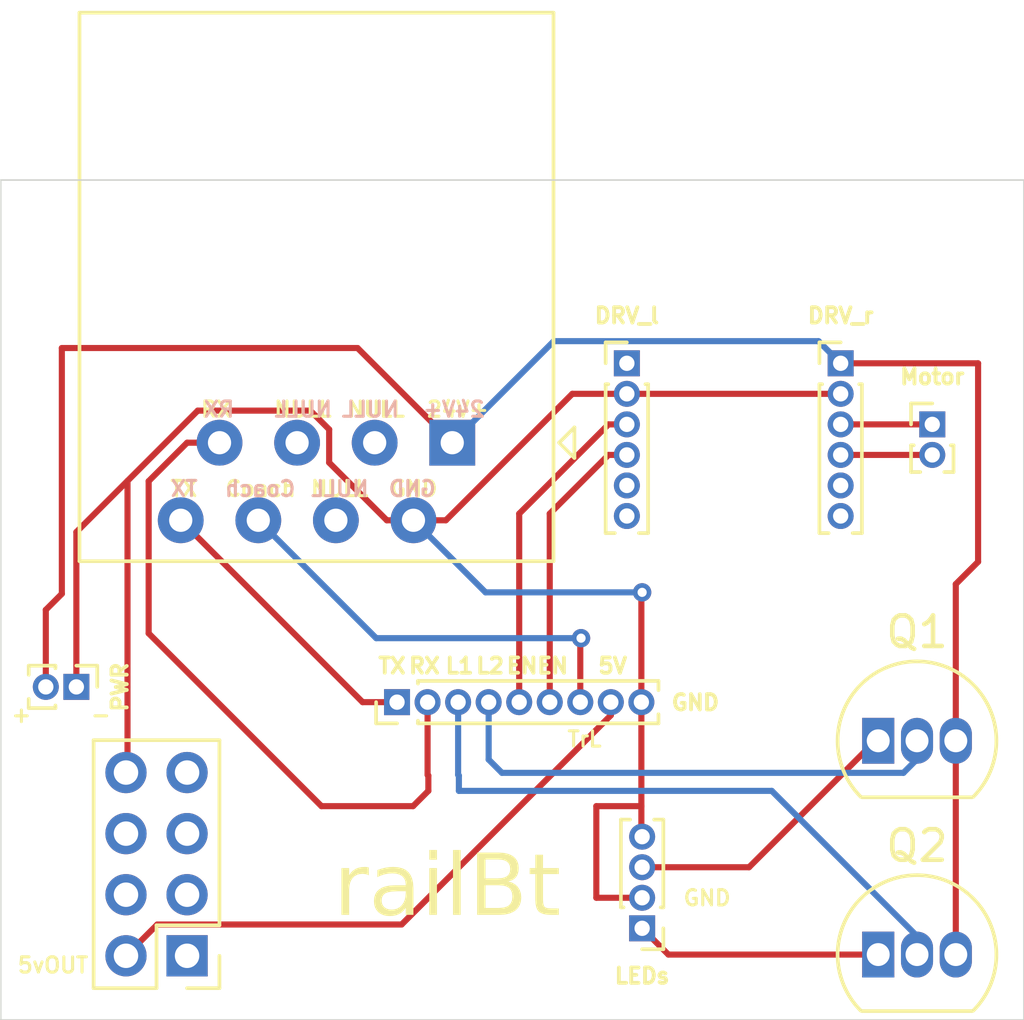
<source format=kicad_pcb>
(kicad_pcb (version 20240108) (generator "pcbnew") (generator_version "8.0")
  (layers (0 "F.Cu" signal) (31 "B.Cu" signal) (34 "B.Paste" user) (35 "F.Paste" user) (36 "B.SilkS" user "B.Silkscreen") (37 "F.SilkS" user "F.Silkscreen") (38 "B.Mask" user) (39 "F.Mask" user) (44 "Edge.Cuts" user))
  (net 0 "")
  (net 8 "Net-(DRV_left1-Pin_2)")
  (net 11 "Net-(DRV_left1-Pin_4)")
  (net 12 "Net-(DRV_left1-Pin_3)")
  (net 13 "Net-(DRV_right1-Pin_4)")
  (net 15 "Net-(DRV_right1-Pin_3)")
  (net 16 "Net-(DRV_right1-Pin_1)")
  (net 18 "Net-(ESP32_jack1-Pin_7)")
  (net 19 "Net-(ESP32_jack1-Pin_8)")
  (net 20 "Net-(ESP32_jack1-Pin_3)")
  (net 21 "Net-(ESP32_jack1-Pin_4)")
  (net 22 "Net-(ESP32_jack1-Pin_2)")
  (net 23 "Net-(ESP32_jack1-Pin_1)")
  (net 24 "Net-(LED1_LED2-Pin_3)")
  (net 25 "Net-(LED1_LED2-Pin_1)")
  (footprint "Connector_PinHeader_2.00mm:PinHeader_2x04_P2.00mm_Vertical" (layer "F.Cu") (at 197.6 47.4 180)
    (property "Reference" "U2" (hide yes))
    (property "Value" "XL1509-5.0" (hide yes))
    (fp_line (start 3.06 -1.06) (end 3.06 7.06) (stroke (width 0.12)) (layer "F.SilkS"))
    (fp_line (start 1 1) (end 1 -1.06) (stroke (width 0.12)) (layer "F.SilkS"))
    (fp_line (start 1 -1.06) (end 3.06 -1.06) (stroke (width 0.12)) (layer "F.SilkS"))
    (fp_line (start -1.06 7.06) (end 3.06 7.06) (stroke (width 0.12)) (layer "F.SilkS"))
    (fp_line (start -1.06 1) (end 1 1) (stroke (width 0.12)) (layer "F.SilkS"))
    (fp_line (start -1.06 1) (end -1.06 7.06) (stroke (width 0.12)) (layer "F.SilkS"))
    (fp_line (start -1.06 0) (end -1.06 -1.06) (stroke (width 0.12)) (layer "F.SilkS"))
    (fp_line (start -1.06 -1.06) (end 0 -1.06) (stroke (width 0.12)) (layer "F.SilkS"))
    (pad "1" thru_hole rect (at 0 0 180) (size 1.35 1.35) (drill 0.8) (layers "*.Cu" "*.Mask"))
    (pad "2" thru_hole oval (at 2 0 180) (size 1.35 1.35) (drill 0.8) (layers "*.Cu" "*.Mask") (net 19 "Net-(ESP32_jack1-Pin_8)"))
    (pad "3" thru_hole oval (at 0 2 180) (size 1.35 1.35) (drill 0.8) (layers "*.Cu" "*.Mask"))
    (pad "4" thru_hole oval (at 2 2 180) (size 1.35 1.35) (drill 0.8) (layers "*.Cu" "*.Mask"))
    (pad "5" thru_hole oval (at 0 4 180) (size 1.35 1.35) (drill 0.8) (layers "*.Cu" "*.Mask") (net 8 "Net-(DRV_left1-Pin_2)"))
    (pad "6" thru_hole oval (at 2 4 180) (size 1.35 1.35) (drill 0.8) (layers "*.Cu" "*.Mask") (net 8 "Net-(DRV_left1-Pin_2)"))
    (pad "7" thru_hole oval (at 0 6 180) (size 1.35 1.35) (drill 0.8) (layers "*.Cu" "*.Mask") (net 8 "Net-(DRV_left1-Pin_2)"))
    (pad "8" thru_hole oval (at 2 6 180) (size 1.35 1.35) (drill 0.8) (layers "*.Cu" "*.Mask") (net 8 "Net-(DRV_left1-Pin_2)"))
  )
  (footprint "Package_TO_SOT_THT:TO-92_Inline" (layer "F.Cu") (at 220.23 40.36)
    (property "Reference" "Q1" (at 1.27 -3.56 0) (layer "F.SilkS"))
    (property "Value" "BC328" (hide yes))
    (fp_line (start -0.53 1.85) (end 3.07 1.85) (stroke (width 0.12)) (layer "F.SilkS"))
    (fp_arc (start -0.568478 1.838478) (mid -1.132087 -0.994977) (end 1.27 -2.6) (stroke (width 0.12)) (layer "F.SilkS"))
    (fp_arc (start 1.27 -2.6) (mid 3.672087 -0.994977) (end 3.108478 1.838478) (stroke (width 0.12)) (layer "F.SilkS"))
    (pad "1" thru_hole rect (at 0 0) (size 1.05 1.5) (drill 0.75) (layers "*.Cu" "*.Mask") (net 24 "Net-(LED1_LED2-Pin_3)"))
    (pad "2" thru_hole oval (at 1.27 0) (size 1.05 1.5) (drill 0.75) (layers "*.Cu" "*.Mask") (net 21 "Net-(ESP32_jack1-Pin_4)"))
    (pad "3" thru_hole oval (at 2.54 0) (size 1.05 1.5) (drill 0.75) (layers "*.Cu" "*.Mask") (net 16 "Net-(DRV_right1-Pin_1)"))
  )
  (footprint "Connector_PinHeader_1.00mm:PinHeader_1x06_P1.00mm_Vertical" (layer "F.Cu") (at 212 28)
    (property "Reference" "DRV_l" (at 0 -1.56 0) (layer "F.SilkS") (effects (font (size 0.5 0.5) (thickness 0.125))))
    (property "Value" "Conn_01x06_Pin" (hide yes))
    (fp_line (start -0.695 -0.685) (end 0 -0.685) (stroke (width 0.12)) (layer "F.SilkS"))
    (fp_line (start -0.695 0) (end -0.695 -0.685) (stroke (width 0.12)) (layer "F.SilkS"))
    (fp_line (start -0.695 0.685) (end -0.695 5.56) (stroke (width 0.12)) (layer "F.SilkS"))
    (fp_line (start -0.695 0.685) (end -0.608276 0.685) (stroke (width 0.12)) (layer "F.SilkS"))
    (fp_line (start -0.695 5.56) (end -0.394493 5.56) (stroke (width 0.12)) (layer "F.SilkS"))
    (fp_line (start 0.394493 5.56) (end 0.695 5.56) (stroke (width 0.12)) (layer "F.SilkS"))
    (fp_line (start 0.608276 0.685) (end 0.695 0.685) (stroke (width 0.12)) (layer "F.SilkS"))
    (fp_line (start 0.695 0.685) (end 0.695 5.56) (stroke (width 0.12)) (layer "F.SilkS"))
    (pad "1" thru_hole rect (at 0 0) (size 0.85 0.85) (drill 0.5) (layers "*.Cu" "*.Mask"))
    (pad "2" thru_hole oval (at 0 1) (size 0.85 0.85) (drill 0.5) (layers "*.Cu" "*.Mask") (net 8 "Net-(DRV_left1-Pin_2)"))
    (pad "3" thru_hole oval (at 0 2) (size 0.85 0.85) (drill 0.5) (layers "*.Cu" "*.Mask") (net 12 "Net-(DRV_left1-Pin_3)"))
    (pad "4" thru_hole oval (at 0 3) (size 0.85 0.85) (drill 0.5) (layers "*.Cu" "*.Mask") (net 11 "Net-(DRV_left1-Pin_4)"))
    (pad "5" thru_hole oval (at 0 4) (size 0.85 0.85) (drill 0.5) (layers "*.Cu" "*.Mask"))
    (pad "6" thru_hole oval (at 0 5) (size 0.85 0.85) (drill 0.5) (layers "*.Cu" "*.Mask"))
  )
  (footprint "Connector_RJ:RJ45_Amphenol_54602-x08_Horizontal" (layer "F.Cu") (at 206.2825 30.6 180)
    (property "Reference" "J1" (hide yes))
    (property "Value" "RJ45")
    (fp_line (start 12.205 -3.88) (end 12.205 14.08) (stroke (width 0.12)) (layer "F.SilkS"))
    (fp_line (start 12.205 -3.88) (end -3.315 -3.88) (stroke (width 0.12)) (layer "F.SilkS"))
    (fp_line (start -3.315 14.08) (end 12.205 14.08) (stroke (width 0.12)) (layer "F.SilkS"))
    (fp_line (start -3.315 -3.88) (end -3.315 14.08) (stroke (width 0.12)) (layer "F.SilkS"))
    (fp_line (start -3.5 0) (end -4 -0.5) (stroke (width 0.12)) (layer "F.SilkS"))
    (fp_line (start -4 0.5) (end -3.5 0) (stroke (width 0.12)) (layer "F.SilkS"))
    (fp_line (start -4 -0.5) (end -4 0.5) (stroke (width 0.12)) (layer "F.SilkS"))
    (pad "" np_thru_hole circle (at -1.27 6.35 180) (size 3.2 3.2) (drill 3.2) (layers "*.Cu" "*.Mask"))
    (pad "" np_thru_hole circle (at 10.16 6.35 180) (size 3.2 3.2) (drill 3.2) (layers "*.Cu" "*.Mask"))
    (pad "1" thru_hole rect (at 0 0 180) (size 1.5 1.5) (drill 0.76) (layers "*.Cu" "*.Mask") (net 16 "Net-(DRV_right1-Pin_1)"))
    (pad "2" thru_hole circle (at 1.27 -2.54 180) (size 1.5 1.5) (drill 0.76) (layers "*.Cu" "*.Mask") (net 8 "Net-(DRV_left1-Pin_2)"))
    (pad "3" thru_hole circle (at 2.54 0 180) (size 1.5 1.5) (drill 0.76) (layers "*.Cu" "*.Mask"))
    (pad "4" thru_hole circle (at 3.81 -2.54 180) (size 1.5 1.5) (drill 0.76) (layers "*.Cu" "*.Mask"))
    (pad "5" thru_hole circle (at 5.08 0 180) (size 1.5 1.5) (drill 0.76) (layers "*.Cu" "*.Mask"))
    (pad "6" thru_hole circle (at 6.35 -2.54 180) (size 1.5 1.5) (drill 0.76) (layers "*.Cu" "*.Mask") (net 18 "Net-(ESP32_jack1-Pin_7)"))
    (pad "7" thru_hole circle (at 7.62 0 180) (size 1.5 1.5) (drill 0.76) (layers "*.Cu" "*.Mask") (net 22 "Net-(ESP32_jack1-Pin_2)"))
    (pad "8" thru_hole circle (at 8.89 -2.54 180) (size 1.5 1.5) (drill 0.76) (layers "*.Cu" "*.Mask") (net 23 "Net-(ESP32_jack1-Pin_1)"))
  )
  (footprint "Connector_PinHeader_1.00mm:PinHeader_1x04_P1.00mm_Vertical" (layer "F.Cu") (at 212.5 46.5 180)
    (property "Reference" "LEDs" (at 0 -1.56 0) (layer "F.SilkS") (effects (font (size 0.5 0.5) (thickness 0.125))))
    (property "Value" "Conn_01x04_Pin" (hide yes))
    (fp_line (start 0.695 0.685) (end 0.695 3.56) (stroke (width 0.12)) (layer "F.SilkS"))
    (fp_line (start 0.608276 0.685) (end 0.695 0.685) (stroke (width 0.12)) (layer "F.SilkS"))
    (fp_line (start 0.394493 3.56) (end 0.695 3.56) (stroke (width 0.12)) (layer "F.SilkS"))
    (fp_line (start -0.695 3.56) (end -0.394493 3.56) (stroke (width 0.12)) (layer "F.SilkS"))
    (fp_line (start -0.695 0.685) (end -0.608276 0.685) (stroke (width 0.12)) (layer "F.SilkS"))
    (fp_line (start -0.695 0.685) (end -0.695 3.56) (stroke (width 0.12)) (layer "F.SilkS"))
    (fp_line (start -0.695 0) (end -0.695 -0.685) (stroke (width 0.12)) (layer "F.SilkS"))
    (fp_line (start -0.695 -0.685) (end 0 -0.685) (stroke (width 0.12)) (layer "F.SilkS"))
    (pad "1" thru_hole rect (at 0 0 180) (size 0.85 0.85) (drill 0.5) (layers "*.Cu" "*.Mask") (net 25 "Net-(LED1_LED2-Pin_1)"))
    (pad "2" thru_hole oval (at 0 1 180) (size 0.85 0.85) (drill 0.5) (layers "*.Cu" "*.Mask") (net 8 "Net-(DRV_left1-Pin_2)"))
    (pad "3" thru_hole oval (at 0 2 180) (size 0.85 0.85) (drill 0.5) (layers "*.Cu" "*.Mask") (net 24 "Net-(LED1_LED2-Pin_3)"))
    (pad "4" thru_hole oval (at 0 3 180) (size 0.85 0.85) (drill 0.5) (layers "*.Cu" "*.Mask") (net 8 "Net-(DRV_left1-Pin_2)"))
  )
  (footprint "Connector_PinHeader_1.00mm:PinHeader_1x09_P1.00mm_Vertical" (layer "F.Cu") (at 204.475 39.095 90)
    (property "Reference" "ESP32" (hide yes))
    (property "Value" "Conn_01x09_Pin" (hide yes))
    (fp_line (start -0.695 -0.685) (end 0 -0.685) (stroke (width 0.12)) (layer "F.SilkS"))
    (fp_line (start -0.695 0) (end -0.695 -0.685) (stroke (width 0.12)) (layer "F.SilkS"))
    (fp_line (start 0.695 0.685) (end 0.695 8.56) (stroke (width 0.12)) (layer "F.SilkS"))
    (fp_line (start 0.608276 0.685) (end 0.695 0.685) (stroke (width 0.12)) (layer "F.SilkS"))
    (fp_line (start -0.695 0.685) (end -0.608276 0.685) (stroke (width 0.12)) (layer "F.SilkS"))
    (fp_line (start -0.695 0.685) (end -0.695 8.56) (stroke (width 0.12)) (layer "F.SilkS"))
    (fp_line (start 0.394493 8.56) (end 0.695 8.56) (stroke (width 0.12)) (layer "F.SilkS"))
    (fp_line (start -0.695 8.56) (end -0.394493 8.56) (stroke (width 0.12)) (layer "F.SilkS"))
    (pad "1" thru_hole rect (at 0 0 90) (size 0.85 0.85) (drill 0.5) (layers "*.Cu" "*.Mask") (net 23 "Net-(ESP32_jack1-Pin_1)"))
    (pad "2" thru_hole oval (at 0 1 90) (size 0.85 0.85) (drill 0.5) (layers "*.Cu" "*.Mask") (net 22 "Net-(ESP32_jack1-Pin_2)"))
    (pad "3" thru_hole oval (at 0 2 90) (size 0.85 0.85) (drill 0.5) (layers "*.Cu" "*.Mask") (net 20 "Net-(ESP32_jack1-Pin_3)"))
    (pad "4" thru_hole oval (at 0 3 90) (size 0.85 0.85) (drill 0.5) (layers "*.Cu" "*.Mask") (net 21 "Net-(ESP32_jack1-Pin_4)"))
    (pad "5" thru_hole oval (at 0 4 90) (size 0.85 0.85) (drill 0.5) (layers "*.Cu" "*.Mask") (net 12 "Net-(DRV_left1-Pin_3)"))
    (pad "6" thru_hole oval (at 0 5 90) (size 0.85 0.85) (drill 0.5) (layers "*.Cu" "*.Mask") (net 11 "Net-(DRV_left1-Pin_4)"))
    (pad "7" thru_hole oval (at 0 6 90) (size 0.85 0.85) (drill 0.5) (layers "*.Cu" "*.Mask") (net 18 "Net-(ESP32_jack1-Pin_7)"))
    (pad "8" thru_hole oval (at 0 7 90) (size 0.85 0.85) (drill 0.5) (layers "*.Cu" "*.Mask") (net 19 "Net-(ESP32_jack1-Pin_8)"))
    (pad "9" thru_hole oval (at 0 8 90) (size 0.85 0.85) (drill 0.5) (layers "*.Cu" "*.Mask") (net 8 "Net-(DRV_left1-Pin_2)"))
  )
  (footprint "Connector_PinHeader_1.00mm:PinHeader_1x06_P1.00mm_Vertical" (layer "F.Cu") (at 219 28)
    (property "Reference" "DRV_r" (at 0 -1.56 0) (layer "F.SilkS") (effects (font (size 0.5 0.5) (thickness 0.125))))
    (property "Value" "Conn_01x06_Pin" (hide yes))
    (fp_line (start -0.695 -0.685) (end 0 -0.685) (stroke (width 0.12)) (layer "F.SilkS"))
    (fp_line (start -0.695 0) (end -0.695 -0.685) (stroke (width 0.12)) (layer "F.SilkS"))
    (fp_line (start -0.695 0.685) (end -0.695 5.56) (stroke (width 0.12)) (layer "F.SilkS"))
    (fp_line (start -0.695 0.685) (end -0.608276 0.685) (stroke (width 0.12)) (layer "F.SilkS"))
    (fp_line (start -0.695 5.56) (end -0.394493 5.56) (stroke (width 0.12)) (layer "F.SilkS"))
    (fp_line (start 0.394493 5.56) (end 0.695 5.56) (stroke (width 0.12)) (layer "F.SilkS"))
    (fp_line (start 0.608276 0.685) (end 0.695 0.685) (stroke (width 0.12)) (layer "F.SilkS"))
    (fp_line (start 0.695 0.685) (end 0.695 5.56) (stroke (width 0.12)) (layer "F.SilkS"))
    (pad "1" thru_hole rect (at 0 0) (size 0.85 0.85) (drill 0.5) (layers "*.Cu" "*.Mask") (net 16 "Net-(DRV_right1-Pin_1)"))
    (pad "2" thru_hole oval (at 0 1) (size 0.85 0.85) (drill 0.5) (layers "*.Cu" "*.Mask") (net 8 "Net-(DRV_left1-Pin_2)"))
    (pad "3" thru_hole oval (at 0 2) (size 0.85 0.85) (drill 0.5) (layers "*.Cu" "*.Mask") (net 15 "Net-(DRV_right1-Pin_3)"))
    (pad "4" thru_hole oval (at 0 3) (size 0.85 0.85) (drill 0.5) (layers "*.Cu" "*.Mask") (net 13 "Net-(DRV_right1-Pin_4)"))
    (pad "5" thru_hole oval (at 0 4) (size 0.85 0.85) (drill 0.5) (layers "*.Cu" "*.Mask"))
    (pad "6" thru_hole oval (at 0 5) (size 0.85 0.85) (drill 0.5) (layers "*.Cu" "*.Mask"))
  )
  (footprint "Connector_PinHeader_1.00mm:PinHeader_1x02_P1.00mm_Vertical" (layer "F.Cu") (at 222 30)
    (property "Reference" "Motor" (at 0 -1.56 0) (layer "F.SilkS") (effects (font (size 0.5 0.5) (thickness 0.125))))
    (property "Value" "Conn_01x02_Pin" (hide yes))
    (fp_line (start -0.695 -0.685) (end 0 -0.685) (stroke (width 0.12)) (layer "F.SilkS"))
    (fp_line (start -0.695 0) (end -0.695 -0.685) (stroke (width 0.12)) (layer "F.SilkS"))
    (fp_line (start -0.695 0.685) (end -0.695 1.56) (stroke (width 0.12)) (layer "F.SilkS"))
    (fp_line (start -0.695 0.685) (end -0.608276 0.685) (stroke (width 0.12)) (layer "F.SilkS"))
    (fp_line (start -0.695 1.56) (end -0.394493 1.56) (stroke (width 0.12)) (layer "F.SilkS"))
    (fp_line (start 0.394493 1.56) (end 0.695 1.56) (stroke (width 0.12)) (layer "F.SilkS"))
    (fp_line (start 0.608276 0.685) (end 0.695 0.685) (stroke (width 0.12)) (layer "F.SilkS"))
    (fp_line (start 0.695 0.685) (end 0.695 1.56) (stroke (width 0.12)) (layer "F.SilkS"))
    (pad "1" thru_hole rect (at 0 0) (size 0.85 0.85) (drill 0.5) (layers "*.Cu" "*.Mask") (net 15 "Net-(DRV_right1-Pin_3)"))
    (pad "2" thru_hole oval (at 0 1) (size 0.85 0.85) (drill 0.5) (layers "*.Cu" "*.Mask") (net 13 "Net-(DRV_right1-Pin_4)"))
  )
  (footprint "Package_TO_SOT_THT:TO-92_Inline" (layer "F.Cu") (at 220.23 47.36)
    (property "Reference" "Q2" (at 1.27 -3.56 0) (layer "F.SilkS"))
    (property "Value" "BC328" (hide yes))
    (fp_line (start -0.53 1.85) (end 3.07 1.85) (stroke (width 0.12)) (layer "F.SilkS"))
    (fp_arc (start -0.568478 1.838478) (mid -1.132087 -0.994977) (end 1.27 -2.6) (stroke (width 0.12)) (layer "F.SilkS"))
    (fp_arc (start 1.27 -2.6) (mid 3.672087 -0.994977) (end 3.108478 1.838478) (stroke (width 0.12)) (layer "F.SilkS"))
    (pad "1" thru_hole rect (at 0 0) (size 1.05 1.5) (drill 0.75) (layers "*.Cu" "*.Mask") (net 25 "Net-(LED1_LED2-Pin_1)"))
    (pad "2" thru_hole oval (at 1.27 0) (size 1.05 1.5) (drill 0.75) (layers "*.Cu" "*.Mask") (net 20 "Net-(ESP32_jack1-Pin_3)"))
    (pad "3" thru_hole oval (at 2.54 0) (size 1.05 1.5) (drill 0.75) (layers "*.Cu" "*.Mask") (net 16 "Net-(DRV_right1-Pin_1)"))
  )
  (footprint "Connector_PinHeader_1.00mm:PinHeader_1x02_P1.00mm_Vertical" (layer "F.Cu") (at 193.975 38.595 -90)
    (property "Reference" "PWR" (at 0.005 -1.425 90) (layer "F.SilkS") (effects (font (size 0.5 0.5) (thickness 0.125))))
    (property "Value" "Conn_01x02_Pin" (hide yes))
    (fp_line (start -0.695 1.56) (end -0.394493 1.56) (stroke (width 0.12)) (layer "F.SilkS"))
    (fp_line (start 0.394493 1.56) (end 0.695 1.56) (stroke (width 0.12)) (layer "F.SilkS"))
    (fp_line (start -0.695 0.685) (end -0.695 1.56) (stroke (width 0.12)) (layer "F.SilkS"))
    (fp_line (start -0.695 0.685) (end -0.608276 0.685) (stroke (width 0.12)) (layer "F.SilkS"))
    (fp_line (start 0.608276 0.685) (end 0.695 0.685) (stroke (width 0.12)) (layer "F.SilkS"))
    (fp_line (start 0.695 0.685) (end 0.695 1.56) (stroke (width 0.12)) (layer "F.SilkS"))
    (fp_line (start -0.695 0) (end -0.695 -0.685) (stroke (width 0.12)) (layer "F.SilkS"))
    (fp_line (start -0.695 -0.685) (end 0 -0.685) (stroke (width 0.12)) (layer "F.SilkS"))
    (pad "1" thru_hole rect (at 0 0 270) (size 0.85 0.85) (drill 0.5) (layers "*.Cu" "*.Mask") (net 8 "Net-(DRV_left1-Pin_2)"))
    (pad "2" thru_hole oval (at 0 1 270) (size 0.85 0.85) (drill 0.5) (layers "*.Cu" "*.Mask") (net 16 "Net-(DRV_right1-Pin_1)"))
  )
  (gr_rect (start 191.5 22) (end 225 49.5) (stroke (width 0.05)) (fill none) (layer "Edge.Cuts"))
  (gr_text "GND" (at 205.8 32.4 0) (layer "B.SilkS") (effects (font (size 0.5 0.5) (thickness 0.1)) (justify left bottom mirror)))
  (gr_text "NULL" (at 202.4 29.8 0) (layer "B.SilkS") (effects (font (size 0.5 0.5) (thickness 0.1)) (justify left bottom mirror)))
  (gr_text "TX" (at 198 32.4 0) (layer "B.SilkS") (effects (font (size 0.5 0.5) (thickness 0.1)) (justify left bottom mirror)))
  (gr_text "24V+" (at 207.4 29.8 0) (layer "B.SilkS") (effects (font (size 0.5 0.5) (thickness 0.1)) (justify left bottom mirror)))
  (gr_text "Coach" (at 201.2 32.4 0) (layer "B.SilkS") (effects (font (size 0.5 0.5) (thickness 0.1)) (justify left bottom mirror)))
  (gr_text "RX" (at 199.2 29.8 0) (layer "B.SilkS") (effects (font (size 0.5 0.5) (thickness 0.1)) (justify left bottom mirror)))
  (gr_text "NULL" (at 204.6 29.8 0) (layer "B.SilkS") (effects (font (size 0.5 0.5) (thickness 0.1)) (justify left bottom mirror)))
  (gr_text "NULL" (at 203.6 32.4 0) (layer "B.SilkS") (effects (font (size 0.5 0.5) (thickness 0.1)) (justify left bottom mirror)))
  (gr_text "Coach" (at 198.8 32.4 0) (layer "F.SilkS") (effects (font (size 0.5 0.5) (thickness 0.1)) (justify left bottom)))
  (gr_text "+" (at 191.8 39.8 0) (layer "F.SilkS") (effects (font (size 0.5 0.5) (thickness 0.1)) (justify left bottom)))
  (gr_text "5vOUT" (at 192 48 0) (layer "F.SilkS") (effects (font (size 0.5 0.5) (thickness 0.1)) (justify left bottom)))
  (gr_text "GND" (at 213.4 39.4 0) (layer "F.SilkS") (effects (font (size 0.5 0.5) (thickness 0.125)) (justify left bottom)))
  (gr_text "EN" (at 209 38.2 0) (layer "F.SilkS") (effects (font (size 0.5 0.5) (thickness 0.125)) (justify left bottom)))
  (gr_text "RX" (at 198 29.8 0) (layer "F.SilkS") (effects (font (size 0.5 0.5) (thickness 0.1)) (justify left bottom)))
  (gr_text "TX" (at 197 32.4 0) (layer "F.SilkS") (effects (font (size 0.5 0.5) (thickness 0.1)) (justify left bottom)))
  (gr_text "GND" (at 213.8 45.8 0) (layer "F.SilkS") (effects (font (size 0.5 0.5) (thickness 0.1)) (justify left bottom)))
  (gr_text "L2" (at 207 38.2 0) (layer "F.SilkS") (effects (font (size 0.5 0.5) (thickness 0.125)) (justify left bottom)))
  (gr_text "24V+" (at 205.4 29.8 0) (layer "F.SilkS") (effects (font (size 0.5 0.5) (thickness 0.1)) (justify left bottom)))
  (gr_text "railBt" (at 202.4 46.4 0) (layer "F.SilkS") (effects (font (size 2 2) (thickness 0.1)) (justify left bottom)))
  (gr_text "EN" (at 208 38.2 0) (layer "F.SilkS") (effects (font (size 0.5 0.5) (thickness 0.125)) (justify left bottom)))
  (gr_text "L1" (at 206 38.2 0) (layer "F.SilkS") (effects (font (size 0.5 0.5) (thickness 0.125)) (justify left bottom)))
  (gr_text "5V" (at 211 38.2 0) (layer "F.SilkS") (effects (font (size 0.5 0.5) (thickness 0.125)) (justify left bottom)))
  (gr_text "TX" (at 203.8 38.2 0) (layer "F.SilkS") (effects (font (size 0.5 0.5) (thickness 0.125) (bold yes)) (justify left bottom)))
  (gr_text "RX" (at 204.8 38.2 0) (layer "F.SilkS") (effects (font (size 0.5 0.5) (thickness 0.125) (bold yes)) (justify left bottom)))
  (gr_text "NULL" (at 200.4 29.8 0) (layer "F.SilkS") (effects (font (size 0.5 0.5) (thickness 0.1)) (justify left bottom)))
  (gr_text "-" (at 194.4 39.8 0) (layer "F.SilkS") (effects (font (size 0.5 0.5) (thickness 0.1)) (justify left bottom)))
  (gr_text "NULL" (at 202.8 29.8 0) (layer "F.SilkS") (effects (font (size 0.5 0.5) (thickness 0.1)) (justify left bottom)))
  (gr_text "NULL" (at 201.6 32.4 0) (layer "F.SilkS") (effects (font (size 0.5 0.5) (thickness 0.1)) (justify left bottom)))
  (gr_text "TrL" (at 210 40.6 0) (layer "F.SilkS") (effects (font (size 0.5 0.5) (thickness 0.1) (bold yes)) (justify left bottom)))
  (gr_text "GND" (at 204.2 32.4 0) (layer "F.SilkS") (effects (font (size 0.5 0.5) (thickness 0.1)) (justify left bottom)))
  (segment (start 212.475 42.5) (end 212.475 43.475) (width 0.2) (layer "F.Cu") (net 8))
  (segment (start 195.65 41.35) (end 195.65 31.85) (width 0.2) (layer "F.Cu") (net 8))
  (segment (start 204.140001 33.14) (end 202.2525 31.252499) (width 0.2) (layer "F.Cu") (net 8))
  (segment (start 212.5 45.5) (end 211 45.5) (width 0.2) (layer "F.Cu") (net 8))
  (segment (start 193.975 33.525) (end 193.975 38.595) (width 0.2) (layer "F.Cu") (net 8))
  (segment (start 195.6 41.4) (end 195.65 41.35) (width 0.2) (layer "F.Cu") (net 8))
  (segment (start 212.5 35.5) (end 212.475 35.525) (width 0.2) (layer "F.Cu") (net 8))
  (segment (start 202.2525 30.165075) (end 201.637425 29.55) (width 0.2) (layer "F.Cu") (net 8))
  (segment (start 202.2525 31.252499) (end 202.2525 30.165075) (width 0.2) (layer "F.Cu") (net 8))
  (segment (start 211 45.5) (end 211 42.5) (width 0.2) (layer "F.Cu") (net 8))
  (segment (start 212.475 39.095) (end 212.475 35.525) (width 0.2) (layer "F.Cu") (net 8))
  (segment (start 201.637425 29.55) (end 197.95 29.55) (width 0.2) (layer "F.Cu") (net 8))
  (segment (start 212 29) (end 210.21316 29) (width 0.2) (layer "F.Cu") (net 8))
  (segment (start 212 29) (end 219 29) (width 0.2) (layer "F.Cu") (net 8))
  (segment (start 197.95 29.55) (end 193.975 33.525) (width 0.2) (layer "F.Cu") (net 8))
  (segment (start 205.0125 33.14) (end 204.140001 33.14) (width 0.2) (layer "F.Cu") (net 8))
  (segment (start 210.21316 29) (end 206.07316 33.14) (width 0.2) (layer "F.Cu") (net 8))
  (segment (start 212.475 43.475) (end 212.5 43.5) (width 0.2) (layer "F.Cu") (net 8))
  (segment (start 212.475 39.095) (end 212.475 42.5) (width 0.2) (layer "F.Cu") (net 8))
  (segment (start 206.07316 33.14) (end 205.0125 33.14) (width 0.2) (layer "F.Cu") (net 8))
  (segment (start 211 42.5) (end 212.475 42.5) (width 0.2) (layer "F.Cu") (net 8))
  (via (at 212.5 35.5) (size 0.6) (drill 0.3) (layers "F.Cu" "B.Cu") (net 8))
  (segment (start 212.5 35.5) (end 207.3725 35.5) (width 0.2) (layer "B.Cu") (net 8))
  (segment (start 207.3725 35.5) (end 205.0125 33.14) (width 0.2) (layer "B.Cu") (net 8))
  (segment (start 209.475 32.92396) (end 209.475 39.095) (width 0.2) (layer "F.Cu") (net 11))
  (segment (start 211.39896 31) (end 209.475 32.92396) (width 0.2) (layer "F.Cu") (net 11))
  (segment (start 212 31) (end 211.39896 31) (width 0.2) (layer "F.Cu") (net 11))
  (segment (start 212 30) (end 211.39896 30) (width 0.2) (layer "F.Cu") (net 12))
  (segment (start 211.39896 30) (end 208.475 32.92396) (width 0.2) (layer "F.Cu") (net 12))
  (segment (start 208.475 32.92396) (end 208.475 39.095) (width 0.2) (layer "F.Cu") (net 12))
  (segment (start 222 31) (end 219 31) (width 0.2) (layer "F.Cu") (net 13))
  (segment (start 219 30) (end 222 30) (width 0.2) (layer "F.Cu") (net 15))
  (segment (start 222.77 47.36) (end 222.77 40.36) (width 0.2) (layer "F.Cu") (net 16))
  (segment (start 192.975 38.595) (end 192.975 36.072575) (width 0.2) (layer "F.Cu") (net 16))
  (segment (start 203.1825 27.5) (end 206.2825 30.6) (width 0.2) (layer "F.Cu") (net 16))
  (segment (start 223.5 28) (end 219 28) (width 0.2) (layer "F.Cu") (net 16))
  (segment (start 193.5 27.5) (end 203.1825 27.5) (width 0.2) (layer "F.Cu") (net 16))
  (segment (start 193.5 35.547575) (end 193.5 27.5) (width 0.2) (layer "F.Cu") (net 16))
  (segment (start 222.77 35.23) (end 223.5 34.5) (width 0.2) (layer "F.Cu") (net 16))
  (segment (start 192.975 36.072575) (end 193.5 35.547575) (width 0.2) (layer "F.Cu") (net 16))
  (segment (start 222.77 40.36) (end 222.77 35.23) (width 0.2) (layer "F.Cu") (net 16))
  (segment (start 223.5 34.5) (end 223.5 28) (width 0.2) (layer "F.Cu") (net 16))
  (segment (start 219 28) (end 218.275 27.275) (width 0.2) (layer "B.Cu") (net 16))
  (segment (start 209.6075 27.275) (end 206.2825 30.6) (width 0.2) (layer "B.Cu") (net 16))
  (segment (start 218.275 27.275) (end 209.6075 27.275) (width 0.2) (layer "B.Cu") (net 16))
  (segment (start 210.475 37.025) (end 210.5 37) (width 0.2) (layer "F.Cu") (net 18))
  (segment (start 210.475 39.095) (end 210.475 37.025) (width 0.2) (layer "F.Cu") (net 18))
  (via (at 210.5 37) (size 0.6) (drill 0.3) (layers "F.Cu" "B.Cu") (net 18))
  (segment (start 203.7925 37) (end 199.9325 33.14) (width 0.2) (layer "B.Cu") (net 18))
  (segment (start 210.5 37) (end 203.7925 37) (width 0.2) (layer "B.Cu") (net 18))
  (segment (start 196.625 46.375) (end 204.625 46.375) (width 0.2) (layer "F.Cu") (net 19))
  (segment (start 211.475 39.525) (end 211.475 39.095) (width 0.2) (layer "F.Cu") (net 19))
  (segment (start 204.625 46.375) (end 211.475 39.525) (width 0.2) (layer "F.Cu") (net 19))
  (segment (start 195.6 47.4) (end 196.625 46.375) (width 0.2) (layer "F.Cu") (net 19))
  (segment (start 221.5 47.36) (end 221.5 46.755) (width 0.2) (layer "B.Cu") (net 20))
  (segment (start 206.475 41.475) (end 206.475 39.095) (width 0.2) (layer "B.Cu") (net 20))
  (segment (start 221.5 46.755) (end 216.745 42) (width 0.2) (layer "B.Cu") (net 20))
  (segment (start 216.745 42) (end 206.5 42) (width 0.2) (layer "B.Cu") (net 20))
  (segment (start 206.5 41.5) (end 206.475 41.475) (width 0.2) (layer "B.Cu") (net 20))
  (segment (start 206.5 42) (end 206.5 41.5) (width 0.2) (layer "B.Cu") (net 20))
  (segment (start 207.91 41.41) (end 207.475 40.975) (width 0.2) (layer "B.Cu") (net 21))
  (segment (start 221.055 41.41) (end 207.91 41.41) (width 0.2) (layer "B.Cu") (net 21))
  (segment (start 221.5 40.36) (end 221.5 40.965) (width 0.2) (layer "B.Cu") (net 21))
  (segment (start 207.475 40.975) (end 207.475 39.095) (width 0.2) (layer "B.Cu") (net 21))
  (segment (start 221.5 40.965) (end 221.055 41.41) (width 0.2) (layer "B.Cu") (net 21))
  (segment (start 205.475 41.475) (end 205.475 39.095) (width 0.2) (layer "F.Cu") (net 22))
  (segment (start 205 42.5) (end 205.5 42) (width 0.2) (layer "F.Cu") (net 22))
  (segment (start 196.3425 36.8425) (end 202 42.5) (width 0.2) (layer "F.Cu") (net 22))
  (segment (start 196.3425 31.85934) (end 196.3425 36.8425) (width 0.2) (layer "F.Cu") (net 22))
  (segment (start 198.6625 30.6) (end 197.60184 30.6) (width 0.2) (layer "F.Cu") (net 22))
  (segment (start 197.60184 30.6) (end 196.3425 31.85934) (width 0.2) (layer "F.Cu") (net 22))
  (segment (start 202 42.5) (end 205 42.5) (width 0.2) (layer "F.Cu") (net 22))
  (segment (start 205.5 42) (end 205.5 41.5) (width 0.2) (layer "F.Cu") (net 22))
  (segment (start 205.5 41.5) (end 205.475 41.475) (width 0.2) (layer "F.Cu") (net 22))
  (segment (start 204.475 39.095) (end 203.3475 39.095) (width 0.2) (layer "F.Cu") (net 23))
  (segment (start 203.3475 39.095) (end 197.3925 33.14) (width 0.2) (layer "F.Cu") (net 23))
  (segment (start 220.23 40.36) (end 220.14 40.36) (width 0.2) (layer "F.Cu") (net 24))
  (segment (start 216 44.5) (end 212.5 44.5) (width 0.2) (layer "F.Cu") (net 24))
  (segment (start 220.14 40.36) (end 216 44.5) (width 0.2) (layer "F.Cu") (net 24))
  (segment (start 220.23 47.36) (end 213.36 47.36) (width 0.2) (layer "F.Cu") (net 25))
  (segment (start 213.36 47.36) (end 212.5 46.5) (width 0.2) (layer "F.Cu") (net 25))
)
</source>
